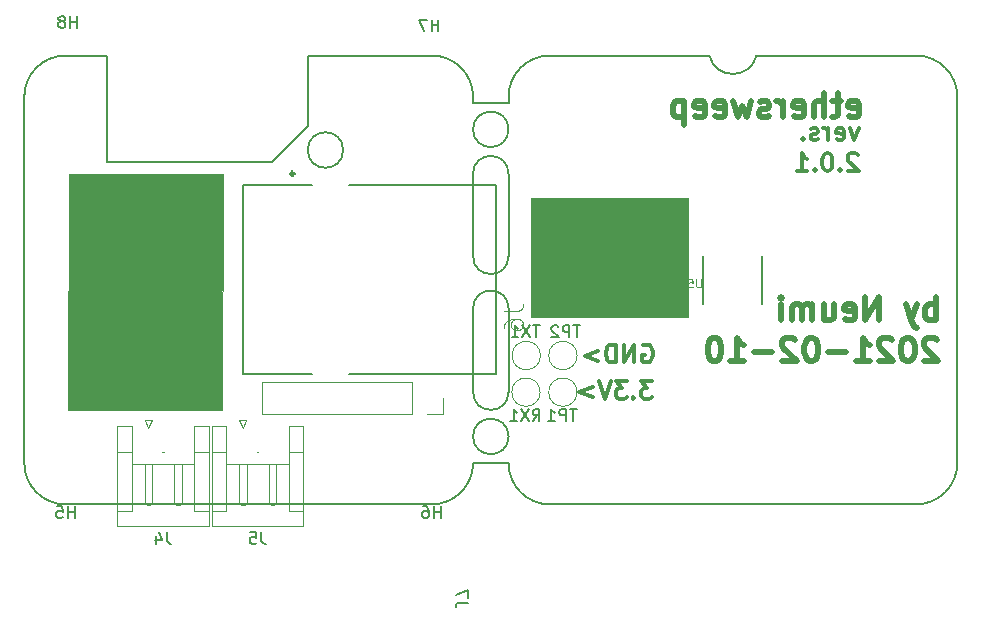
<source format=gbr>
%TF.GenerationSoftware,KiCad,Pcbnew,(5.1.8-0-10_14)*%
%TF.CreationDate,2021-02-10T22:24:42+01:00*%
%TF.ProjectId,ethersweep,65746865-7273-4776-9565-702e6b696361,rev?*%
%TF.SameCoordinates,Original*%
%TF.FileFunction,Legend,Bot*%
%TF.FilePolarity,Positive*%
%FSLAX46Y46*%
G04 Gerber Fmt 4.6, Leading zero omitted, Abs format (unit mm)*
G04 Created by KiCad (PCBNEW (5.1.8-0-10_14)) date 2021-02-10 22:24:42*
%MOMM*%
%LPD*%
G01*
G04 APERTURE LIST*
%ADD10C,0.100000*%
%ADD11C,0.500000*%
%ADD12C,0.300000*%
%TA.AperFunction,Profile*%
%ADD13C,0.150000*%
%TD*%
%ADD14C,0.375000*%
%ADD15C,0.120000*%
%ADD16C,0.127000*%
%ADD17C,0.150000*%
%ADD18C,0.015000*%
G04 APERTURE END LIST*
D10*
G36*
X139200000Y-111000000D02*
G01*
X126200000Y-111000000D01*
X126300000Y-91000000D01*
X139300000Y-91000000D01*
X139200000Y-111000000D01*
G37*
X139200000Y-111000000D02*
X126200000Y-111000000D01*
X126300000Y-91000000D01*
X139300000Y-91000000D01*
X139200000Y-111000000D01*
D11*
X192336904Y-86109523D02*
X192527380Y-86204761D01*
X192908333Y-86204761D01*
X193098809Y-86109523D01*
X193194047Y-85919047D01*
X193194047Y-85157142D01*
X193098809Y-84966666D01*
X192908333Y-84871428D01*
X192527380Y-84871428D01*
X192336904Y-84966666D01*
X192241666Y-85157142D01*
X192241666Y-85347619D01*
X193194047Y-85538095D01*
X191670238Y-84871428D02*
X190908333Y-84871428D01*
X191384523Y-84204761D02*
X191384523Y-85919047D01*
X191289285Y-86109523D01*
X191098809Y-86204761D01*
X190908333Y-86204761D01*
X190241666Y-86204761D02*
X190241666Y-84204761D01*
X189384523Y-86204761D02*
X189384523Y-85157142D01*
X189479761Y-84966666D01*
X189670238Y-84871428D01*
X189955952Y-84871428D01*
X190146428Y-84966666D01*
X190241666Y-85061904D01*
X187670238Y-86109523D02*
X187860714Y-86204761D01*
X188241666Y-86204761D01*
X188432142Y-86109523D01*
X188527380Y-85919047D01*
X188527380Y-85157142D01*
X188432142Y-84966666D01*
X188241666Y-84871428D01*
X187860714Y-84871428D01*
X187670238Y-84966666D01*
X187575000Y-85157142D01*
X187575000Y-85347619D01*
X188527380Y-85538095D01*
X186717857Y-86204761D02*
X186717857Y-84871428D01*
X186717857Y-85252380D02*
X186622619Y-85061904D01*
X186527380Y-84966666D01*
X186336904Y-84871428D01*
X186146428Y-84871428D01*
X185575000Y-86109523D02*
X185384523Y-86204761D01*
X185003571Y-86204761D01*
X184813095Y-86109523D01*
X184717857Y-85919047D01*
X184717857Y-85823809D01*
X184813095Y-85633333D01*
X185003571Y-85538095D01*
X185289285Y-85538095D01*
X185479761Y-85442857D01*
X185575000Y-85252380D01*
X185575000Y-85157142D01*
X185479761Y-84966666D01*
X185289285Y-84871428D01*
X185003571Y-84871428D01*
X184813095Y-84966666D01*
X184051190Y-84871428D02*
X183670238Y-86204761D01*
X183289285Y-85252380D01*
X182908333Y-86204761D01*
X182527380Y-84871428D01*
X181003571Y-86109523D02*
X181194047Y-86204761D01*
X181575000Y-86204761D01*
X181765476Y-86109523D01*
X181860714Y-85919047D01*
X181860714Y-85157142D01*
X181765476Y-84966666D01*
X181575000Y-84871428D01*
X181194047Y-84871428D01*
X181003571Y-84966666D01*
X180908333Y-85157142D01*
X180908333Y-85347619D01*
X181860714Y-85538095D01*
X179289285Y-86109523D02*
X179479761Y-86204761D01*
X179860714Y-86204761D01*
X180051190Y-86109523D01*
X180146428Y-85919047D01*
X180146428Y-85157142D01*
X180051190Y-84966666D01*
X179860714Y-84871428D01*
X179479761Y-84871428D01*
X179289285Y-84966666D01*
X179194047Y-85157142D01*
X179194047Y-85347619D01*
X180146428Y-85538095D01*
X178336904Y-84871428D02*
X178336904Y-86871428D01*
X178336904Y-84966666D02*
X178146428Y-84871428D01*
X177765476Y-84871428D01*
X177575000Y-84966666D01*
X177479761Y-85061904D01*
X177384523Y-85252380D01*
X177384523Y-85823809D01*
X177479761Y-86014285D01*
X177575000Y-86109523D01*
X177765476Y-86204761D01*
X178146428Y-86204761D01*
X178336904Y-86109523D01*
D10*
G36*
X178700000Y-103100000D02*
G01*
X165400000Y-103100000D01*
X165400000Y-93100000D01*
X178700000Y-93100000D01*
X178700000Y-103100000D01*
G37*
X178700000Y-103100000D02*
X165400000Y-103100000D01*
X165400000Y-93100000D01*
X178700000Y-93100000D01*
X178700000Y-103100000D01*
D12*
X175642857Y-108578571D02*
X174714285Y-108578571D01*
X175214285Y-109150000D01*
X175000000Y-109150000D01*
X174857142Y-109221428D01*
X174785714Y-109292857D01*
X174714285Y-109435714D01*
X174714285Y-109792857D01*
X174785714Y-109935714D01*
X174857142Y-110007142D01*
X175000000Y-110078571D01*
X175428571Y-110078571D01*
X175571428Y-110007142D01*
X175642857Y-109935714D01*
X174071428Y-109935714D02*
X174000000Y-110007142D01*
X174071428Y-110078571D01*
X174142857Y-110007142D01*
X174071428Y-109935714D01*
X174071428Y-110078571D01*
X173500000Y-108578571D02*
X172571428Y-108578571D01*
X173071428Y-109150000D01*
X172857142Y-109150000D01*
X172714285Y-109221428D01*
X172642857Y-109292857D01*
X172571428Y-109435714D01*
X172571428Y-109792857D01*
X172642857Y-109935714D01*
X172714285Y-110007142D01*
X172857142Y-110078571D01*
X173285714Y-110078571D01*
X173428571Y-110007142D01*
X173500000Y-109935714D01*
X172142857Y-108578571D02*
X171642857Y-110078571D01*
X171142857Y-108578571D01*
X170642857Y-109078571D02*
X169500000Y-109507142D01*
X170642857Y-109935714D01*
X174871428Y-105550000D02*
X175014285Y-105478571D01*
X175228571Y-105478571D01*
X175442857Y-105550000D01*
X175585714Y-105692857D01*
X175657142Y-105835714D01*
X175728571Y-106121428D01*
X175728571Y-106335714D01*
X175657142Y-106621428D01*
X175585714Y-106764285D01*
X175442857Y-106907142D01*
X175228571Y-106978571D01*
X175085714Y-106978571D01*
X174871428Y-106907142D01*
X174800000Y-106835714D01*
X174800000Y-106335714D01*
X175085714Y-106335714D01*
X174157142Y-106978571D02*
X174157142Y-105478571D01*
X173300000Y-106978571D01*
X173300000Y-105478571D01*
X172585714Y-106978571D02*
X172585714Y-105478571D01*
X172228571Y-105478571D01*
X172014285Y-105550000D01*
X171871428Y-105692857D01*
X171800000Y-105835714D01*
X171728571Y-106121428D01*
X171728571Y-106335714D01*
X171800000Y-106621428D01*
X171871428Y-106764285D01*
X172014285Y-106907142D01*
X172228571Y-106978571D01*
X172585714Y-106978571D01*
X171085714Y-105978571D02*
X169942857Y-106407142D01*
X171085714Y-106835714D01*
D13*
X163500000Y-98000000D02*
G75*
G02*
X160500000Y-98000000I-1500000J0D01*
G01*
X160500000Y-91000000D02*
G75*
G02*
X163500000Y-91000000I1500000J0D01*
G01*
X163500000Y-98000000D02*
X163500000Y-91000000D01*
X160500000Y-91000000D02*
X160500000Y-98000000D01*
X160500000Y-102400000D02*
G75*
G02*
X163500000Y-102400000I1500000J0D01*
G01*
X160500000Y-102400000D02*
X160500000Y-109500000D01*
X163500000Y-109500000D02*
X163500000Y-102400000D01*
X163500000Y-109500000D02*
G75*
G02*
X160500000Y-109500000I-1500000J0D01*
G01*
X163500000Y-87250000D02*
G75*
G03*
X163500000Y-87250000I-1500000J0D01*
G01*
X163500000Y-113250000D02*
G75*
G03*
X163500000Y-113250000I-1500000J0D01*
G01*
D14*
X193141964Y-87166071D02*
X192784821Y-88166071D01*
X192427678Y-87166071D01*
X191284821Y-88094642D02*
X191427678Y-88166071D01*
X191713392Y-88166071D01*
X191856250Y-88094642D01*
X191927678Y-87951785D01*
X191927678Y-87380357D01*
X191856250Y-87237500D01*
X191713392Y-87166071D01*
X191427678Y-87166071D01*
X191284821Y-87237500D01*
X191213392Y-87380357D01*
X191213392Y-87523214D01*
X191927678Y-87666071D01*
X190570535Y-88166071D02*
X190570535Y-87166071D01*
X190570535Y-87451785D02*
X190499107Y-87308928D01*
X190427678Y-87237500D01*
X190284821Y-87166071D01*
X190141964Y-87166071D01*
X189713392Y-88094642D02*
X189570535Y-88166071D01*
X189284821Y-88166071D01*
X189141964Y-88094642D01*
X189070535Y-87951785D01*
X189070535Y-87880357D01*
X189141964Y-87737500D01*
X189284821Y-87666071D01*
X189499107Y-87666071D01*
X189641964Y-87594642D01*
X189713392Y-87451785D01*
X189713392Y-87380357D01*
X189641964Y-87237500D01*
X189499107Y-87166071D01*
X189284821Y-87166071D01*
X189141964Y-87237500D01*
X188427678Y-88023214D02*
X188356250Y-88094642D01*
X188427678Y-88166071D01*
X188499107Y-88094642D01*
X188427678Y-88023214D01*
X188427678Y-88166071D01*
X193070535Y-89433928D02*
X192999107Y-89362500D01*
X192856250Y-89291071D01*
X192499107Y-89291071D01*
X192356250Y-89362500D01*
X192284821Y-89433928D01*
X192213392Y-89576785D01*
X192213392Y-89719642D01*
X192284821Y-89933928D01*
X193141964Y-90791071D01*
X192213392Y-90791071D01*
X191570535Y-90648214D02*
X191499107Y-90719642D01*
X191570535Y-90791071D01*
X191641964Y-90719642D01*
X191570535Y-90648214D01*
X191570535Y-90791071D01*
X190570535Y-89291071D02*
X190427678Y-89291071D01*
X190284821Y-89362500D01*
X190213392Y-89433928D01*
X190141964Y-89576785D01*
X190070535Y-89862500D01*
X190070535Y-90219642D01*
X190141964Y-90505357D01*
X190213392Y-90648214D01*
X190284821Y-90719642D01*
X190427678Y-90791071D01*
X190570535Y-90791071D01*
X190713392Y-90719642D01*
X190784821Y-90648214D01*
X190856250Y-90505357D01*
X190927678Y-90219642D01*
X190927678Y-89862500D01*
X190856250Y-89576785D01*
X190784821Y-89433928D01*
X190713392Y-89362500D01*
X190570535Y-89291071D01*
X189427678Y-90648214D02*
X189356250Y-90719642D01*
X189427678Y-90791071D01*
X189499107Y-90719642D01*
X189427678Y-90648214D01*
X189427678Y-90791071D01*
X187927678Y-90791071D02*
X188784821Y-90791071D01*
X188356250Y-90791071D02*
X188356250Y-89291071D01*
X188499107Y-89505357D01*
X188641964Y-89648214D01*
X188784821Y-89719642D01*
D11*
X199698809Y-103404761D02*
X199698809Y-101404761D01*
X199698809Y-102166666D02*
X199508333Y-102071428D01*
X199127380Y-102071428D01*
X198936904Y-102166666D01*
X198841666Y-102261904D01*
X198746428Y-102452380D01*
X198746428Y-103023809D01*
X198841666Y-103214285D01*
X198936904Y-103309523D01*
X199127380Y-103404761D01*
X199508333Y-103404761D01*
X199698809Y-103309523D01*
X198079761Y-102071428D02*
X197603571Y-103404761D01*
X197127380Y-102071428D02*
X197603571Y-103404761D01*
X197794047Y-103880952D01*
X197889285Y-103976190D01*
X198079761Y-104071428D01*
X194841666Y-103404761D02*
X194841666Y-101404761D01*
X193698809Y-103404761D01*
X193698809Y-101404761D01*
X191984523Y-103309523D02*
X192175000Y-103404761D01*
X192555952Y-103404761D01*
X192746428Y-103309523D01*
X192841666Y-103119047D01*
X192841666Y-102357142D01*
X192746428Y-102166666D01*
X192555952Y-102071428D01*
X192175000Y-102071428D01*
X191984523Y-102166666D01*
X191889285Y-102357142D01*
X191889285Y-102547619D01*
X192841666Y-102738095D01*
X190175000Y-102071428D02*
X190175000Y-103404761D01*
X191032142Y-102071428D02*
X191032142Y-103119047D01*
X190936904Y-103309523D01*
X190746428Y-103404761D01*
X190460714Y-103404761D01*
X190270238Y-103309523D01*
X190175000Y-103214285D01*
X189222619Y-103404761D02*
X189222619Y-102071428D01*
X189222619Y-102261904D02*
X189127380Y-102166666D01*
X188936904Y-102071428D01*
X188651190Y-102071428D01*
X188460714Y-102166666D01*
X188365476Y-102357142D01*
X188365476Y-103404761D01*
X188365476Y-102357142D02*
X188270238Y-102166666D01*
X188079761Y-102071428D01*
X187794047Y-102071428D01*
X187603571Y-102166666D01*
X187508333Y-102357142D01*
X187508333Y-103404761D01*
X186555952Y-103404761D02*
X186555952Y-102071428D01*
X186555952Y-101404761D02*
X186651190Y-101500000D01*
X186555952Y-101595238D01*
X186460714Y-101500000D01*
X186555952Y-101404761D01*
X186555952Y-101595238D01*
X199794047Y-105095238D02*
X199698809Y-105000000D01*
X199508333Y-104904761D01*
X199032142Y-104904761D01*
X198841666Y-105000000D01*
X198746428Y-105095238D01*
X198651190Y-105285714D01*
X198651190Y-105476190D01*
X198746428Y-105761904D01*
X199889285Y-106904761D01*
X198651190Y-106904761D01*
X197413095Y-104904761D02*
X197222619Y-104904761D01*
X197032142Y-105000000D01*
X196936904Y-105095238D01*
X196841666Y-105285714D01*
X196746428Y-105666666D01*
X196746428Y-106142857D01*
X196841666Y-106523809D01*
X196936904Y-106714285D01*
X197032142Y-106809523D01*
X197222619Y-106904761D01*
X197413095Y-106904761D01*
X197603571Y-106809523D01*
X197698809Y-106714285D01*
X197794047Y-106523809D01*
X197889285Y-106142857D01*
X197889285Y-105666666D01*
X197794047Y-105285714D01*
X197698809Y-105095238D01*
X197603571Y-105000000D01*
X197413095Y-104904761D01*
X195984523Y-105095238D02*
X195889285Y-105000000D01*
X195698809Y-104904761D01*
X195222619Y-104904761D01*
X195032142Y-105000000D01*
X194936904Y-105095238D01*
X194841666Y-105285714D01*
X194841666Y-105476190D01*
X194936904Y-105761904D01*
X196079761Y-106904761D01*
X194841666Y-106904761D01*
X192936904Y-106904761D02*
X194079761Y-106904761D01*
X193508333Y-106904761D02*
X193508333Y-104904761D01*
X193698809Y-105190476D01*
X193889285Y-105380952D01*
X194079761Y-105476190D01*
X192079761Y-106142857D02*
X190555952Y-106142857D01*
X189222619Y-104904761D02*
X189032142Y-104904761D01*
X188841666Y-105000000D01*
X188746428Y-105095238D01*
X188651190Y-105285714D01*
X188555952Y-105666666D01*
X188555952Y-106142857D01*
X188651190Y-106523809D01*
X188746428Y-106714285D01*
X188841666Y-106809523D01*
X189032142Y-106904761D01*
X189222619Y-106904761D01*
X189413095Y-106809523D01*
X189508333Y-106714285D01*
X189603571Y-106523809D01*
X189698809Y-106142857D01*
X189698809Y-105666666D01*
X189603571Y-105285714D01*
X189508333Y-105095238D01*
X189413095Y-105000000D01*
X189222619Y-104904761D01*
X187794047Y-105095238D02*
X187698809Y-105000000D01*
X187508333Y-104904761D01*
X187032142Y-104904761D01*
X186841666Y-105000000D01*
X186746428Y-105095238D01*
X186651190Y-105285714D01*
X186651190Y-105476190D01*
X186746428Y-105761904D01*
X187889285Y-106904761D01*
X186651190Y-106904761D01*
X185794047Y-106142857D02*
X184270238Y-106142857D01*
X182270238Y-106904761D02*
X183413095Y-106904761D01*
X182841666Y-106904761D02*
X182841666Y-104904761D01*
X183032142Y-105190476D01*
X183222619Y-105380952D01*
X183413095Y-105476190D01*
X181032142Y-104904761D02*
X180841666Y-104904761D01*
X180651190Y-105000000D01*
X180555952Y-105095238D01*
X180460714Y-105285714D01*
X180365476Y-105666666D01*
X180365476Y-106142857D01*
X180460714Y-106523809D01*
X180555952Y-106714285D01*
X180651190Y-106809523D01*
X180841666Y-106904761D01*
X181032142Y-106904761D01*
X181222619Y-106809523D01*
X181317857Y-106714285D01*
X181413095Y-106523809D01*
X181508333Y-106142857D01*
X181508333Y-105666666D01*
X181413095Y-105285714D01*
X181317857Y-105095238D01*
X181222619Y-105000000D01*
X181032142Y-104904761D01*
D13*
X160500000Y-84500000D02*
X160500000Y-85000000D01*
X163500000Y-84500000D02*
X163500000Y-85000000D01*
X160500000Y-115500000D02*
X163500000Y-115500000D01*
X163500000Y-85000000D02*
X160500000Y-85000000D01*
X149500000Y-89000000D02*
G75*
G03*
X149500000Y-89000000I-1500000J0D01*
G01*
X129500000Y-90000000D02*
X129500000Y-81000000D01*
X126000000Y-81000000D02*
X129500000Y-81000000D01*
X126000000Y-81000000D02*
G75*
G03*
X122500000Y-84500000I0J-3500000D01*
G01*
X146500000Y-81000000D02*
X157000000Y-81000000D01*
X143500000Y-90000000D02*
X129500000Y-90000000D01*
X146500000Y-87000000D02*
X143500000Y-90000000D01*
X146500000Y-81000000D02*
X146500000Y-87000000D01*
X180500000Y-81000000D02*
X167000000Y-81000000D01*
X184500000Y-81000000D02*
X198000000Y-81000000D01*
X184500000Y-81000000D02*
G75*
G02*
X180500000Y-81000000I-2000000J500000D01*
G01*
X163500000Y-84500000D02*
G75*
G02*
X167000000Y-81000000I3500000J0D01*
G01*
X201500000Y-115500000D02*
G75*
G02*
X198000000Y-119000000I-3500000J0D01*
G01*
X167000000Y-119000000D02*
G75*
G02*
X163500000Y-115500000I0J3500000D01*
G01*
X167000000Y-119000000D02*
X198000000Y-119000000D01*
X198000000Y-81000000D02*
G75*
G02*
X201500000Y-84500000I0J-3500000D01*
G01*
X201500000Y-115500000D02*
X201500000Y-84500000D01*
X122500000Y-115500000D02*
X122500000Y-84500000D01*
X160500000Y-84500000D02*
G75*
G03*
X157000000Y-81000000I-3500000J0D01*
G01*
X157000000Y-119000000D02*
G75*
G03*
X160500000Y-115500000I0J3500000D01*
G01*
X122500000Y-115500000D02*
G75*
G03*
X126000000Y-119000000I3500000J0D01*
G01*
X157000000Y-119000000D02*
X126000000Y-119000000D01*
D15*
X131610000Y-114590000D02*
X131610000Y-112390000D01*
X131610000Y-112390000D02*
X130390000Y-112390000D01*
X130390000Y-112390000D02*
X130390000Y-120810000D01*
X130390000Y-120810000D02*
X138110000Y-120810000D01*
X138110000Y-120810000D02*
X138110000Y-112390000D01*
X138110000Y-112390000D02*
X136890000Y-112390000D01*
X136890000Y-112390000D02*
X136890000Y-114590000D01*
X130390000Y-119590000D02*
X131610000Y-119590000D01*
X131610000Y-119590000D02*
X131610000Y-114590000D01*
X131610000Y-114590000D02*
X130390000Y-114590000D01*
X138110000Y-119590000D02*
X136890000Y-119590000D01*
X136890000Y-119590000D02*
X136890000Y-114590000D01*
X136890000Y-114590000D02*
X138110000Y-114590000D01*
X131610000Y-115590000D02*
X136890000Y-115590000D01*
X133000000Y-115590000D02*
X132680000Y-115590000D01*
X132680000Y-115590000D02*
X132680000Y-119010000D01*
X132680000Y-119010000D02*
X133000000Y-119090000D01*
X133000000Y-119090000D02*
X133320000Y-119010000D01*
X133320000Y-119010000D02*
X133320000Y-115590000D01*
X133320000Y-115590000D02*
X133000000Y-115590000D01*
X134170000Y-114590000D02*
X134330000Y-114590000D01*
X135500000Y-115590000D02*
X135180000Y-115590000D01*
X135180000Y-115590000D02*
X135180000Y-119010000D01*
X135180000Y-119010000D02*
X135500000Y-119090000D01*
X135500000Y-119090000D02*
X135820000Y-119010000D01*
X135820000Y-119010000D02*
X135820000Y-115590000D01*
X135820000Y-115590000D02*
X135500000Y-115590000D01*
X133000000Y-112500000D02*
X132700000Y-111900000D01*
X132700000Y-111900000D02*
X133300000Y-111900000D01*
X133300000Y-111900000D02*
X133000000Y-112500000D01*
X141300000Y-111900000D02*
X141000000Y-112500000D01*
X140700000Y-111900000D02*
X141300000Y-111900000D01*
X141000000Y-112500000D02*
X140700000Y-111900000D01*
X143820000Y-115590000D02*
X143500000Y-115590000D01*
X143820000Y-119010000D02*
X143820000Y-115590000D01*
X143500000Y-119090000D02*
X143820000Y-119010000D01*
X143180000Y-119010000D02*
X143500000Y-119090000D01*
X143180000Y-115590000D02*
X143180000Y-119010000D01*
X143500000Y-115590000D02*
X143180000Y-115590000D01*
X142170000Y-114590000D02*
X142330000Y-114590000D01*
X141320000Y-115590000D02*
X141000000Y-115590000D01*
X141320000Y-119010000D02*
X141320000Y-115590000D01*
X141000000Y-119090000D02*
X141320000Y-119010000D01*
X140680000Y-119010000D02*
X141000000Y-119090000D01*
X140680000Y-115590000D02*
X140680000Y-119010000D01*
X141000000Y-115590000D02*
X140680000Y-115590000D01*
X139610000Y-115590000D02*
X144890000Y-115590000D01*
X144890000Y-114590000D02*
X146110000Y-114590000D01*
X144890000Y-119590000D02*
X144890000Y-114590000D01*
X146110000Y-119590000D02*
X144890000Y-119590000D01*
X139610000Y-114590000D02*
X138390000Y-114590000D01*
X139610000Y-119590000D02*
X139610000Y-114590000D01*
X138390000Y-119590000D02*
X139610000Y-119590000D01*
X144890000Y-112390000D02*
X144890000Y-114590000D01*
X146110000Y-112390000D02*
X144890000Y-112390000D01*
X146110000Y-120810000D02*
X146110000Y-112390000D01*
X138390000Y-120810000D02*
X146110000Y-120810000D01*
X138390000Y-112390000D02*
X138390000Y-120810000D01*
X139610000Y-112390000D02*
X138390000Y-112390000D01*
X139610000Y-114590000D02*
X139610000Y-112390000D01*
D16*
X141020000Y-92000000D02*
X141020000Y-108000000D01*
X162420000Y-92000000D02*
X162420000Y-108000000D01*
X162420000Y-108000000D02*
X150000000Y-108000000D01*
X146900000Y-108000000D02*
X141020000Y-108000000D01*
X162420000Y-92000000D02*
X150000000Y-92000000D01*
X146900000Y-92000000D02*
X141020000Y-92000000D01*
D12*
X145350000Y-91000000D02*
G75*
G03*
X145350000Y-91000000I-150000J0D01*
G01*
D16*
X185000000Y-102000000D02*
X185000000Y-98000000D01*
X180000000Y-98000000D02*
X180000000Y-102000000D01*
D15*
X166174999Y-109500000D02*
G75*
G03*
X166174999Y-109500000I-1200000J0D01*
G01*
X166200000Y-106400000D02*
G75*
G03*
X166200000Y-106400000I-1200000J0D01*
G01*
X142590000Y-111330000D02*
X142590000Y-108670000D01*
X155350000Y-111330000D02*
X142590000Y-111330000D01*
X155350000Y-108670000D02*
X142590000Y-108670000D01*
X155350000Y-111330000D02*
X155350000Y-108670000D01*
X156620000Y-111330000D02*
X157950000Y-111330000D01*
X157950000Y-111330000D02*
X157950000Y-110000000D01*
X169300000Y-109500000D02*
G75*
G03*
X169300000Y-109500000I-1200000J0D01*
G01*
X169300000Y-106400000D02*
G75*
G03*
X169300000Y-106400000I-1200000J0D01*
G01*
D17*
X134583333Y-121352380D02*
X134583333Y-122066666D01*
X134630952Y-122209523D01*
X134726190Y-122304761D01*
X134869047Y-122352380D01*
X134964285Y-122352380D01*
X133678571Y-121685714D02*
X133678571Y-122352380D01*
X133916666Y-121304761D02*
X134154761Y-122019047D01*
X133535714Y-122019047D01*
X142583333Y-121352380D02*
X142583333Y-122066666D01*
X142630952Y-122209523D01*
X142726190Y-122304761D01*
X142869047Y-122352380D01*
X142964285Y-122352380D01*
X141630952Y-121352380D02*
X142107142Y-121352380D01*
X142154761Y-121828571D01*
X142107142Y-121780952D01*
X142011904Y-121733333D01*
X141773809Y-121733333D01*
X141678571Y-121780952D01*
X141630952Y-121828571D01*
X141583333Y-121923809D01*
X141583333Y-122161904D01*
X141630952Y-122257142D01*
X141678571Y-122304761D01*
X141773809Y-122352380D01*
X142011904Y-122352380D01*
X142107142Y-122304761D01*
X142154761Y-122257142D01*
D18*
X163122378Y-102652265D02*
X164270702Y-102652265D01*
X164500367Y-102575710D01*
X164653477Y-102422600D01*
X164730032Y-102192935D01*
X164730032Y-102039825D01*
X163122378Y-104106809D02*
X163122378Y-103800589D01*
X163198933Y-103647479D01*
X163275487Y-103570924D01*
X163505152Y-103417814D01*
X163811372Y-103341259D01*
X164423812Y-103341259D01*
X164576922Y-103417814D01*
X164653477Y-103494369D01*
X164730032Y-103647479D01*
X164730032Y-103953699D01*
X164653477Y-104106809D01*
X164576922Y-104183364D01*
X164423812Y-104259919D01*
X164041037Y-104259919D01*
X163887927Y-104183364D01*
X163811372Y-104106809D01*
X163734817Y-103953699D01*
X163734817Y-103647479D01*
X163811372Y-103494369D01*
X163887927Y-103417814D01*
X164041037Y-103341259D01*
X179794833Y-99934166D02*
X179794833Y-100500833D01*
X179761500Y-100567500D01*
X179728166Y-100600833D01*
X179661500Y-100634166D01*
X179528166Y-100634166D01*
X179461500Y-100600833D01*
X179428166Y-100567500D01*
X179394833Y-100500833D01*
X179394833Y-99934166D01*
X178728166Y-99934166D02*
X179061500Y-99934166D01*
X179094833Y-100267500D01*
X179061500Y-100234166D01*
X178994833Y-100200833D01*
X178828166Y-100200833D01*
X178761500Y-100234166D01*
X178728166Y-100267500D01*
X178694833Y-100334166D01*
X178694833Y-100500833D01*
X178728166Y-100567500D01*
X178761500Y-100600833D01*
X178828166Y-100634166D01*
X178994833Y-100634166D01*
X179061500Y-100600833D01*
X179094833Y-100567500D01*
D17*
X126761904Y-120152380D02*
X126761904Y-119152380D01*
X126761904Y-119628571D02*
X126190476Y-119628571D01*
X126190476Y-120152380D02*
X126190476Y-119152380D01*
X125238095Y-119152380D02*
X125714285Y-119152380D01*
X125761904Y-119628571D01*
X125714285Y-119580952D01*
X125619047Y-119533333D01*
X125380952Y-119533333D01*
X125285714Y-119580952D01*
X125238095Y-119628571D01*
X125190476Y-119723809D01*
X125190476Y-119961904D01*
X125238095Y-120057142D01*
X125285714Y-120104761D01*
X125380952Y-120152380D01*
X125619047Y-120152380D01*
X125714285Y-120104761D01*
X125761904Y-120057142D01*
X157761904Y-120152380D02*
X157761904Y-119152380D01*
X157761904Y-119628571D02*
X157190476Y-119628571D01*
X157190476Y-120152380D02*
X157190476Y-119152380D01*
X156285714Y-119152380D02*
X156476190Y-119152380D01*
X156571428Y-119200000D01*
X156619047Y-119247619D01*
X156714285Y-119390476D01*
X156761904Y-119580952D01*
X156761904Y-119961904D01*
X156714285Y-120057142D01*
X156666666Y-120104761D01*
X156571428Y-120152380D01*
X156380952Y-120152380D01*
X156285714Y-120104761D01*
X156238095Y-120057142D01*
X156190476Y-119961904D01*
X156190476Y-119723809D01*
X156238095Y-119628571D01*
X156285714Y-119580952D01*
X156380952Y-119533333D01*
X156571428Y-119533333D01*
X156666666Y-119580952D01*
X156714285Y-119628571D01*
X156761904Y-119723809D01*
X157561904Y-78952380D02*
X157561904Y-77952380D01*
X157561904Y-78428571D02*
X156990476Y-78428571D01*
X156990476Y-78952380D02*
X156990476Y-77952380D01*
X156609523Y-77952380D02*
X155942857Y-77952380D01*
X156371428Y-78952380D01*
X126961904Y-78652380D02*
X126961904Y-77652380D01*
X126961904Y-78128571D02*
X126390476Y-78128571D01*
X126390476Y-78652380D02*
X126390476Y-77652380D01*
X125771428Y-78080952D02*
X125866666Y-78033333D01*
X125914285Y-77985714D01*
X125961904Y-77890476D01*
X125961904Y-77842857D01*
X125914285Y-77747619D01*
X125866666Y-77700000D01*
X125771428Y-77652380D01*
X125580952Y-77652380D01*
X125485714Y-77700000D01*
X125438095Y-77747619D01*
X125390476Y-77842857D01*
X125390476Y-77890476D01*
X125438095Y-77985714D01*
X125485714Y-78033333D01*
X125580952Y-78080952D01*
X125771428Y-78080952D01*
X125866666Y-78128571D01*
X125914285Y-78176190D01*
X125961904Y-78271428D01*
X125961904Y-78461904D01*
X125914285Y-78557142D01*
X125866666Y-78604761D01*
X125771428Y-78652380D01*
X125580952Y-78652380D01*
X125485714Y-78604761D01*
X125438095Y-78557142D01*
X125390476Y-78461904D01*
X125390476Y-78271428D01*
X125438095Y-78176190D01*
X125485714Y-78128571D01*
X125580952Y-78080952D01*
X165542857Y-111952380D02*
X165876190Y-111476190D01*
X166114285Y-111952380D02*
X166114285Y-110952380D01*
X165733333Y-110952380D01*
X165638095Y-111000000D01*
X165590476Y-111047619D01*
X165542857Y-111142857D01*
X165542857Y-111285714D01*
X165590476Y-111380952D01*
X165638095Y-111428571D01*
X165733333Y-111476190D01*
X166114285Y-111476190D01*
X165209523Y-110952380D02*
X164542857Y-111952380D01*
X164542857Y-110952380D02*
X165209523Y-111952380D01*
X163638095Y-111952380D02*
X164209523Y-111952380D01*
X163923809Y-111952380D02*
X163923809Y-110952380D01*
X164019047Y-111095238D01*
X164114285Y-111190476D01*
X164209523Y-111238095D01*
X166138095Y-103852380D02*
X165566666Y-103852380D01*
X165852380Y-104852380D02*
X165852380Y-103852380D01*
X165328571Y-103852380D02*
X164661904Y-104852380D01*
X164661904Y-103852380D02*
X165328571Y-104852380D01*
X163757142Y-104852380D02*
X164328571Y-104852380D01*
X164042857Y-104852380D02*
X164042857Y-103852380D01*
X164138095Y-103995238D01*
X164233333Y-104090476D01*
X164328571Y-104138095D01*
X160047619Y-127333333D02*
X159333333Y-127333333D01*
X159190476Y-127380952D01*
X159095238Y-127476190D01*
X159047619Y-127619047D01*
X159047619Y-127714285D01*
X160047619Y-126952380D02*
X160047619Y-126285714D01*
X159047619Y-126714285D01*
X169261904Y-110950380D02*
X168690476Y-110950380D01*
X168976190Y-111950380D02*
X168976190Y-110950380D01*
X168357142Y-111950380D02*
X168357142Y-110950380D01*
X167976190Y-110950380D01*
X167880952Y-110998000D01*
X167833333Y-111045619D01*
X167785714Y-111140857D01*
X167785714Y-111283714D01*
X167833333Y-111378952D01*
X167880952Y-111426571D01*
X167976190Y-111474190D01*
X168357142Y-111474190D01*
X166833333Y-111950380D02*
X167404761Y-111950380D01*
X167119047Y-111950380D02*
X167119047Y-110950380D01*
X167214285Y-111093238D01*
X167309523Y-111188476D01*
X167404761Y-111236095D01*
X169561904Y-103852380D02*
X168990476Y-103852380D01*
X169276190Y-104852380D02*
X169276190Y-103852380D01*
X168657142Y-104852380D02*
X168657142Y-103852380D01*
X168276190Y-103852380D01*
X168180952Y-103900000D01*
X168133333Y-103947619D01*
X168085714Y-104042857D01*
X168085714Y-104185714D01*
X168133333Y-104280952D01*
X168180952Y-104328571D01*
X168276190Y-104376190D01*
X168657142Y-104376190D01*
X167704761Y-103947619D02*
X167657142Y-103900000D01*
X167561904Y-103852380D01*
X167323809Y-103852380D01*
X167228571Y-103900000D01*
X167180952Y-103947619D01*
X167133333Y-104042857D01*
X167133333Y-104138095D01*
X167180952Y-104280952D01*
X167752380Y-104852380D01*
X167133333Y-104852380D01*
M02*

</source>
